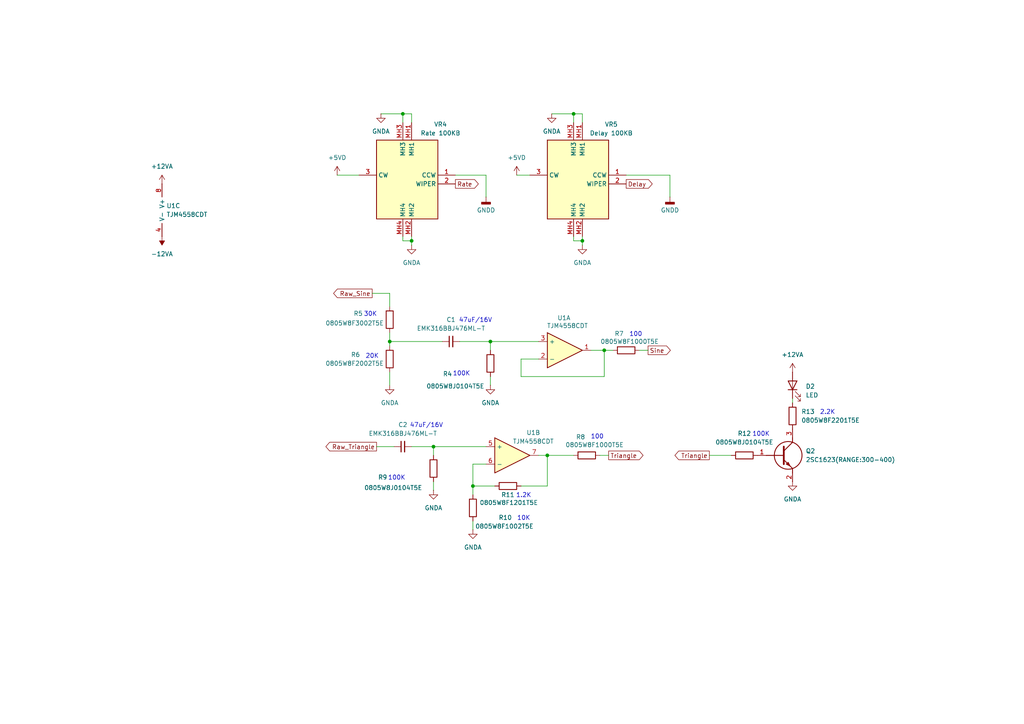
<source format=kicad_sch>
(kicad_sch (version 20250114) (generator "eeschema") (generator_version "9.0")
  (paper "A4")
  (lib_symbols
    (symbol "Device:C_Small" (pin_numbers (hide yes)) (pin_names (offset 0.254) (hide yes))
      (property "Reference" "C" (at 0.254 1.778 0))
      (property "Value" "C_Small" (at 0.254 -2.032 0))
      (symbol "C_Small_0_1"
        (polyline (pts (xy -1.524 0.508) (xy 1.524 0.508)) (stroke (width 0.3048)))
        (polyline (pts (xy -1.524 -0.508) (xy 1.524 -0.508)) (stroke (width 0.3302)))
      )
      (symbol "C_Small_1_1"
        (pin passive line (at 0 2.54 270) (length 2.032) (name "~") (number "1"))
        (pin passive line (at 0 -2.54 90) (length 2.032) (name "~") (number "2"))
      )
    )
    (symbol "Device:LED" (pin_numbers (hide yes)) (pin_names (offset 1.016) (hide yes))
      (property "Reference" "D" (at 0 2.54 0))
      (property "Value" "LED" (at 0 -2.54 0))
      (symbol "LED_0_1"
        (polyline (pts (xy -3.048 -0.762) (xy -4.572 -2.286) (xy -3.81 -2.286) (xy -4.572 -2.286) (xy -4.572 -1.524)))
        (polyline (pts (xy -1.778 -0.762) (xy -3.302 -2.286) (xy -2.54 -2.286) (xy -3.302 -2.286) (xy -3.302 -1.524)))
        (polyline (pts (xy -1.27 0) (xy 1.27 0)))
        (polyline (pts (xy -1.27 -1.27) (xy -1.27 1.27)) (stroke (width 0.254)))
        (polyline (pts (xy 1.27 -1.27) (xy 1.27 1.27) (xy -1.27 0) (xy 1.27 -1.27)) (stroke (width 0.254)))
      )
      (symbol "LED_1_1"
        (pin passive line (at -3.81 0 0) (length 2.54) (name "K") (number "1"))
        (pin passive line (at 3.81 0 180) (length 2.54) (name "A") (number "2"))
      )
    )
    (symbol "Device:Opamp_Dual"
      (property "Reference" "U" (at 0 5.08 0))
      (property "Value" "Opamp_Dual" (at 0 -5.08 0))
      (symbol "Opamp_Dual_1_1"
        (polyline (pts (xy -5.08 5.08) (xy 5.08 0) (xy -5.08 -5.08) (xy -5.08 5.08)) (stroke (width 0.254)) (fill (type background)))
        (pin input line (at -7.62 2.54 0) (length 2.54) (name "+") (number "3"))
        (pin input line (at -7.62 -2.54 0) (length 2.54) (name "-") (number "2"))
        (pin output line (at 7.62 0 180) (length 2.54) (name "~") (number "1"))
      )
      (symbol "Opamp_Dual_2_1"
        (polyline (pts (xy -5.08 5.08) (xy 5.08 0) (xy -5.08 -5.08) (xy -5.08 5.08)) (stroke (width 0.254)) (fill (type background)))
        (pin input line (at -7.62 2.54 0) (length 2.54) (name "+") (number "5"))
        (pin input line (at -7.62 -2.54 0) (length 2.54) (name "-") (number "6"))
        (pin output line (at 7.62 0 180) (length 2.54) (name "~") (number "7"))
      )
      (symbol "Opamp_Dual_3_1"
        (pin power_in line (at -2.54 7.62 270) (length 3.81) (name "V+") (number "8"))
        (pin power_in line (at -2.54 -7.62 90) (length 3.81) (name "V-") (number "4"))
      )
    )
    (symbol "Device:R" (pin_numbers (hide yes)) (pin_names (offset 0))
      (property "Reference" "R" (at 2.032 0 90))
      (property "Value" "R" (at 0 0 90))
      (symbol "R_0_1"
        (rectangle (start -1.016 -2.54) (end 1.016 2.54) (stroke (width 0.254)))
      )
      (symbol "R_1_1"
        (pin passive line (at 0 3.81 270) (length 1.27) (name "~") (number "1"))
        (pin passive line (at 0 -3.81 90) (length 1.27) (name "~") (number "2"))
      )
    )
    (symbol "Opamp_Dual_1"
      (property "Reference" "U" (at 0 5.08 0))
      (property "Value" "Opamp_Dual" (at 0 -5.08 0))
      (symbol "Opamp_Dual_1_1_1"
        (polyline (pts (xy -5.08 5.08) (xy 5.08 0) (xy -5.08 -5.08) (xy -5.08 5.08)) (stroke (width 0.254)) (fill (type background)))
        (pin input line (at -7.62 2.54 0) (length 2.54) (name "+") (number "3"))
        (pin input line (at -7.62 -2.54 0) (length 2.54) (name "-") (number "2"))
        (pin output line (at 7.62 0 180) (length 2.54) (name "~") (number "1"))
      )
      (symbol "Opamp_Dual_1_2_1"
        (polyline (pts (xy -5.08 5.08) (xy 5.08 0) (xy -5.08 -5.08) (xy -5.08 5.08)) (stroke (width 0.254)) (fill (type background)))
        (pin input line (at -7.62 2.54 0) (length 2.54) (name "+") (number "5"))
        (pin input line (at -7.62 -2.54 0) (length 2.54) (name "-") (number "6"))
        (pin output line (at 7.62 0 180) (length 2.54) (name "~") (number "7"))
      )
      (symbol "Opamp_Dual_1_3_1"
        (pin power_in line (at -2.54 7.62 270) (length 3.81) (name "V+") (number "8"))
        (pin power_in line (at -2.54 -7.62 90) (length 3.81) (name "V-") (number "4"))
      )
    )
    (symbol "Opamp_Dual_2"
      (property "Reference" "U" (at 0 5.08 0))
      (property "Value" "Opamp_Dual" (at 0 -5.08 0))
      (symbol "Opamp_Dual_2_1_1"
        (polyline (pts (xy -5.08 5.08) (xy 5.08 0) (xy -5.08 -5.08) (xy -5.08 5.08)) (stroke (width 0.254)) (fill (type background)))
        (pin input line (at -7.62 2.54 0) (length 2.54) (name "+") (number "3"))
        (pin input line (at -7.62 -2.54 0) (length 2.54) (name "-") (number "2"))
        (pin output line (at 7.62 0 180) (length 2.54) (name "~") (number "1"))
      )
      (symbol "Opamp_Dual_2_2_1"
        (polyline (pts (xy -5.08 5.08) (xy 5.08 0) (xy -5.08 -5.08) (xy -5.08 5.08)) (stroke (width 0.254)) (fill (type background)))
        (pin input line (at -7.62 2.54 0) (length 2.54) (name "+") (number "5"))
        (pin input line (at -7.62 -2.54 0) (length 2.54) (name "-") (number "6"))
        (pin output line (at 7.62 0 180) (length 2.54) (name "~") (number "7"))
      )
      (symbol "Opamp_Dual_2_3_1"
        (pin power_in line (at -2.54 7.62 270) (length 3.81) (name "V+") (number "8"))
        (pin power_in line (at -2.54 -7.62 90) (length 3.81) (name "V-") (number "4"))
      )
    )
    (symbol "SamacSys_Parts:2SC1623-A" (pin_names (hide yes))
      (property "Reference" "Q" (at 13.97 1.27 0))
      (property "Value" "2SC1623-A" (at 13.97 -1.27 0))
      (symbol "2SC1623-A_1_1"
        (polyline (pts (xy 2.54 0) (xy 7.62 0)) (stroke (width 0.254)))
        (polyline (pts (xy 7.62 2.54) (xy 7.62 -2.54)) (stroke (width 0.508)))
        (polyline (pts (xy 7.62 1.27) (xy 10.16 3.81)) (stroke (width 0.254)))
        (polyline (pts (xy 7.62 -1.27) (xy 10.16 -3.81)) (stroke (width 0.254)))
        (polyline (pts (xy 8.382 -2.54) (xy 8.89 -2.032) (xy 9.398 -3.048) (xy 8.382 -2.54)) (stroke (width 0.254)) (fill (type outline)))
        (circle (center 8.89 0) (radius 4.016) (stroke (width 0.254)))
        (polyline (pts (xy 10.16 3.81) (xy 10.16 5.08)) (stroke (width 0.254)))
        (polyline (pts (xy 10.16 -3.81) (xy 10.16 -5.08)) (stroke (width 0.254)))
        (pin passive line (at 0 0 0) (length 2.54) (name "B") (number "1"))
        (pin passive line (at 10.16 7.62 270) (length 2.54) (name "C") (number "3"))
        (pin passive line (at 10.16 -7.62 90) (length 2.54) (name "E") (number "2"))
      )
    )
    (symbol "SamacSys_Parts:PTA2043-2010CIB104"
      (property "Reference" "VR" (at 24.13 15.24 0))
      (property "Value" "PTA2043-2010CIB104" (at 24.13 12.7 0))
      (symbol "PTA2043-2010CIB104_1_1"
        (rectangle (start 5.08 10.16) (end 22.86 -12.7) (stroke (width 0.254)) (fill (type background)))
        (pin passive line (at 0 0 0) (length 5.08) (name "CCW") (number "1"))
        (pin passive line (at 0 -2.54 0) (length 5.08) (name "WIPER") (number "2"))
        (pin passive line (at 12.7 15.24 270) (length 5.08) (name "MH1") (number "MH1"))
        (pin passive line (at 12.7 -17.78 90) (length 5.08) (name "MH2") (number "MH2"))
        (pin passive line (at 15.24 15.24 270) (length 5.08) (name "MH3") (number "MH3"))
        (pin passive line (at 15.24 -17.78 90) (length 5.08) (name "MH4") (number "MH4"))
        (pin passive line (at 27.94 0 180) (length 5.08) (name "CW") (number "3"))
      )
    )
    (symbol "power:+12VA" (power) (pin_numbers (hide yes)) (pin_names (offset 0) (hide yes))
      (property "Value" "+12VA" (at 0 3.556 0))
      (symbol "+12VA_0_1"
        (polyline (pts (xy -0.762 1.27) (xy 0 2.54)))
        (polyline (pts (xy 0 2.54) (xy 0.762 1.27)))
        (polyline (pts (xy 0 0) (xy 0 2.54)))
      )
      (symbol "+12VA_1_1"
        (pin power_in line (at 0 0 90) (length 0) (name "~") (number "1"))
      )
    )
    (symbol "power:+5VD" (power) (pin_numbers (hide yes)) (pin_names (offset 0) (hide yes))
      (property "Value" "+5VD" (at 0 3.556 0))
      (symbol "+5VD_0_1"
        (polyline (pts (xy -0.762 1.27) (xy 0 2.54)))
        (polyline (pts (xy 0 2.54) (xy 0.762 1.27)))
        (polyline (pts (xy 0 0) (xy 0 2.54)))
      )
      (symbol "+5VD_1_1"
        (pin power_in line (at 0 0 90) (length 0) (name "~") (number "1"))
      )
    )
    (symbol "power:-12VA" (power) (pin_numbers (hide yes)) (pin_names (offset 0) (hide yes))
      (property "Value" "-12VA" (at 0 3.556 0))
      (symbol "-12VA_0_0"
        (pin power_in line (at 0 0 90) (length 0) (name "~") (number "1"))
      )
      (symbol "-12VA_0_1"
        (polyline (pts (xy 0 0) (xy 0 1.27) (xy 0.762 1.27) (xy 0 2.54) (xy -0.762 1.27) (xy 0 1.27)) (fill (type outline)))
      )
    )
    (symbol "power:GNDA" (power) (pin_numbers (hide yes)) (pin_names (offset 0) (hide yes))
      (property "Value" "GNDA" (at 0 -3.81 0))
      (symbol "GNDA_0_1"
        (polyline (pts (xy 0 0) (xy 0 -1.27) (xy 1.27 -1.27) (xy 0 -2.54) (xy -1.27 -1.27) (xy 0 -1.27)))
      )
      (symbol "GNDA_1_1"
        (pin power_in line (at 0 0 270) (length 0) (name "~") (number "1"))
      )
    )
    (symbol "power:GNDD" (power) (pin_numbers (hide yes)) (pin_names (offset 0) (hide yes))
      (property "Value" "GNDD" (at 0 -3.175 0))
      (symbol "GNDD_0_1"
        (rectangle (start -1.27 -1.524) (end 1.27 -2.032) (stroke (width 0.254)) (fill (type outline)))
        (polyline (pts (xy 0 0) (xy 0 -1.524)))
      )
      (symbol "GNDD_1_1"
        (pin power_in line (at 0 0 270) (length 0) (name "~") (number "1"))
      )
    )
  )
  (text "100K" (at 220.726 125.984 0) (effects (font (size 1.27 1.27))))
  (text "30K" (at 107.442 91.186 0) (effects (font (size 1.27 1.27))))
  (text "47uF/16V" (at 137.922 92.964 0) (effects (font (size 1.27 1.27))))
  (text "100K" (at 133.858 108.458 0) (effects (font (size 1.27 1.27))))
  (text "10K" (at 151.892 150.368 0) (effects (font (size 1.27 1.27))))
  (text "2.2K" (at 240.03 119.634 0) (effects (font (size 1.27 1.27))))
  (text "20K" (at 107.95 103.378 0) (effects (font (size 1.27 1.27))))
  (text "100K" (at 115.062 138.684 0) (effects (font (size 1.27 1.27))))
  (text "100" (at 173.228 126.746 0) (effects (font (size 1.27 1.27))))
  (text "1.2K" (at 151.892 143.764 0) (effects (font (size 1.27 1.27))))
  (text "47uF/16V" (at 123.698 123.444 0) (effects (font (size 1.27 1.27))))
  (text "100" (at 184.404 97.028 0) (effects (font (size 1.27 1.27))))
  (junction (at 125.73 129.54))
  (junction (at 119.38 69.85))
  (junction (at 116.84 33.02))
  (junction (at 113.03 99.06))
  (junction (at 168.91 69.85))
  (junction (at 158.75 132.08))
  (junction (at 175.26 101.6))
  (junction (at 137.16 140.97))
  (junction (at 142.24 99.06))
  (junction (at 166.37 33.02))
  (wire (pts (xy 137.16 140.97) (xy 137.16 143.51)))
  (wire (pts (xy 113.03 96.52) (xy 113.03 99.06)))
  (wire (pts (xy 132.08 50.8) (xy 140.97 50.8)))
  (wire (pts (xy 119.38 69.85) (xy 119.38 71.12)))
  (wire (pts (xy 151.13 109.22) (xy 175.26 109.22)))
  (wire (pts (xy 194.31 50.8) (xy 194.31 57.15)))
  (wire (pts (xy 116.84 33.02) (xy 116.84 35.56)))
  (wire (pts (xy 125.73 129.54) (xy 140.97 129.54)))
  (wire (pts (xy 171.45 101.6) (xy 175.26 101.6)))
  (wire (pts (xy 113.03 99.06) (xy 113.03 100.33)))
  (wire (pts (xy 137.16 151.13) (xy 137.16 153.67)))
  (wire (pts (xy 113.03 85.09) (xy 113.03 88.9)))
  (wire (pts (xy 137.16 134.62) (xy 137.16 140.97)))
  (wire (pts (xy 140.97 50.8) (xy 140.97 57.15)))
  (wire (pts (xy 168.91 69.85) (xy 166.37 69.85)))
  (wire (pts (xy 125.73 139.7) (xy 125.73 142.24)))
  (wire (pts (xy 133.35 99.06) (xy 142.24 99.06)))
  (wire (pts (xy 142.24 99.06) (xy 142.24 101.6)))
  (wire (pts (xy 151.13 140.97) (xy 158.75 140.97)))
  (wire (pts (xy 166.37 69.85) (xy 166.37 68.58)))
  (wire (pts (xy 125.73 129.54) (xy 125.73 132.08)))
  (wire (pts (xy 143.51 140.97) (xy 137.16 140.97)))
  (wire (pts (xy 158.75 140.97) (xy 158.75 132.08)))
  (wire (pts (xy 140.97 134.62) (xy 137.16 134.62)))
  (wire (pts (xy 160.02 33.02) (xy 166.37 33.02)))
  (wire (pts (xy 113.03 107.95) (xy 113.03 111.76)))
  (wire (pts (xy 116.84 69.85) (xy 116.84 68.58)))
  (wire (pts (xy 173.99 132.08) (xy 176.53 132.08)))
  (wire (pts (xy 205.74 132.08) (xy 212.09 132.08)))
  (wire (pts (xy 175.26 109.22) (xy 175.26 101.6)))
  (wire (pts (xy 119.38 129.54) (xy 125.73 129.54)))
  (wire (pts (xy 149.86 50.8) (xy 153.67 50.8)))
  (wire (pts (xy 168.91 69.85) (xy 168.91 71.12)))
  (wire (pts (xy 97.79 50.8) (xy 104.14 50.8)))
  (wire (pts (xy 156.21 104.14) (xy 151.13 104.14)))
  (wire (pts (xy 175.26 101.6) (xy 177.8 101.6)))
  (wire (pts (xy 110.49 33.02) (xy 116.84 33.02)))
  (wire (pts (xy 156.21 132.08) (xy 158.75 132.08)))
  (wire (pts (xy 119.38 33.02) (xy 119.38 35.56)))
  (wire (pts (xy 181.61 50.8) (xy 194.31 50.8)))
  (wire (pts (xy 158.75 132.08) (xy 166.37 132.08)))
  (wire (pts (xy 229.87 115.57) (xy 229.87 116.84)))
  (wire (pts (xy 113.03 99.06) (xy 128.27 99.06)))
  (wire (pts (xy 119.38 68.58) (xy 119.38 69.85)))
  (wire (pts (xy 142.24 109.22) (xy 142.24 111.76)))
  (wire (pts (xy 109.22 129.54) (xy 114.3 129.54)))
  (wire (pts (xy 168.91 33.02) (xy 168.91 35.56)))
  (wire (pts (xy 107.95 85.09) (xy 113.03 85.09)))
  (wire (pts (xy 166.37 33.02) (xy 166.37 35.56)))
  (wire (pts (xy 119.38 69.85) (xy 116.84 69.85)))
  (wire (pts (xy 185.42 101.6) (xy 187.96 101.6)))
  (wire (pts (xy 142.24 99.06) (xy 156.21 99.06)))
  (wire (pts (xy 166.37 33.02) (xy 168.91 33.02)))
  (wire (pts (xy 168.91 68.58) (xy 168.91 69.85)))
  (wire (pts (xy 116.84 33.02) (xy 119.38 33.02)))
  (wire (pts (xy 151.13 104.14) (xy 151.13 109.22)))
  (global_label "Triangle" (shape output) (at 205.74 132.08 180) (property "Intersheetrefs" "${INTERSHEET_REFS}" (effects (hide yes))))
  (global_label "Triangle" (shape output) (at 176.53 132.08 0) (property "Intersheetrefs" "${INTERSHEET_REFS}" (effects (hide yes))))
  (global_label "Delay" (shape output) (at 181.61 53.34 0) (property "Intersheetrefs" "${INTERSHEET_REFS}" (effects (hide yes))))
  (global_label "Raw_Triangle" (shape output) (at 109.22 129.54 180) (property "Intersheetrefs" "${INTERSHEET_REFS}" (effects (hide yes))))
  (global_label "Rate" (shape output) (at 132.08 53.34 0) (property "Intersheetrefs" "${INTERSHEET_REFS}" (effects (hide yes))))
  (global_label "Raw_Sine" (shape output) (at 107.95 85.09 180) (property "Intersheetrefs" "${INTERSHEET_REFS}" (effects (hide yes))))
  (global_label "Sine" (shape output) (at 187.96 101.6 0) (property "Intersheetrefs" "${INTERSHEET_REFS}" (effects (hide yes))))
  (symbol (lib_id "Device:R") (at 181.61 101.6 90) (unit 1)
    (property "Reference" "R7" (at 179.578 96.774 90))
    (property "Value" "0805W8F1000T5E" (at 182.626 99.06 90))
    (property "Footprint" "Resistor_SMD:R_0805_2012Metric_Pad1.20x1.40mm_HandSolder" (effects (hide yes)))
    (property "Description" "Resistor" (effects (hide yes)))
  )
  (symbol (lib_id "Device:R") (at 170.18 132.08 90) (unit 1)
    (property "Reference" "R8" (at 168.402 126.746 90))
    (property "Value" "0805W8F1000T5E" (at 172.466 129.032 90))
    (property "Footprint" "Resistor_SMD:R_0805_2012Metric_Pad1.20x1.40mm_HandSolder" (effects (hide yes)))
    (property "Description" "Resistor" (effects (hide yes)))
  )
  (symbol (lib_id "power:GNDA") (at 113.03 111.76 0) (unit 1)
    (property "Reference" "#PWR048" (effects (hide yes)))
    (property "Value" "GNDA" (at 113.03 116.84 0))
    (property "Description" "Power symbol creates a global label with name \"GNDA\" , analog ground" (effects (hide yes)))
  )
  (symbol (lib_id "SamacSys_Parts:PTA2043-2010CIB104") (at 181.61 50.8 0) (mirror y) (unit 1)
    (property "Reference" "VR5" (at 177.292 36.068 0))
    (property "Value" "Delay 100KB" (at 177.292 38.608 0))
    (property "Footprint" "SamacSys_parts:PTA20432010CIB104" (effects (hide yes)))
    (property "Datasheet" "https://www.bourns.com/docs/Product-Datasheets/pta.pdf" (effects (hide yes)))
    (property "Description" "100 kOhms 0.1W, 1/10W Through Hole Slide Potentiometer Top Adjustment Type" (effects (hide yes)))
    (property "Height" "26.5" (effects (hide yes)))
    (property "Manufacturer_Name" "Bourns" (effects (hide yes)))
    (property "Manufacturer_Part_Number" "PTA2043-2010CIB104" (effects (hide yes)))
    (property "Mouser Part Number" "652-PTA2432010CIB104" (effects (hide yes)))
    (property "Mouser Price/Stock" "https://www.mouser.co.uk/ProductDetail/Bourns/PTA2043-2010CIB104?qs=QARuOjD9jaHYsv9Jo8DrWA%3D%3D" (effects (hide yes)))
    (property "Arrow Part Number" "PTA2043-2010CIB104" (effects (hide yes)))
    (property "Arrow Price/Stock" "https://www.arrow.com/en/products/pta2043-2010cib104/bourns?utm_currency=USD&region=nac" (effects (hide yes)))
  )
  (symbol (lib_id "power:GNDA") (at 119.38 71.12 0) (unit 1)
    (property "Reference" "#PWR014" (effects (hide yes)))
    (property "Value" "GNDA" (at 119.38 76.2 0))
    (property "Description" "Power symbol creates a global label with name \"GNDA\" , analog ground" (effects (hide yes)))
  )
  (symbol (lib_id "power:GNDD") (at 194.31 57.15 0) (unit 1)
    (property "Reference" "#PWR0193" (effects (hide yes)))
    (property "Value" "GNDD" (at 194.31 60.96 0))
    (property "Description" "Power symbol creates a global label with name \"GNDD\" , digital ground" (effects (hide yes)))
  )
  (symbol (lib_id "power:GNDA") (at 229.87 139.7 0) (unit 1)
    (property "Reference" "#PWR047" (effects (hide yes)))
    (property "Value" "GNDA" (at 229.87 144.78 0))
    (property "Description" "Power symbol creates a global label with name \"GNDA\" , analog ground" (effects (hide yes)))
  )
  (symbol (lib_id "power:GNDA") (at 110.49 33.02 0) (unit 1)
    (property "Reference" "#PWR021" (effects (hide yes)))
    (property "Value" "GNDA" (at 110.49 38.1 0))
    (property "Description" "Power symbol creates a global label with name \"GNDA\" , analog ground" (effects (hide yes)))
  )
  (symbol (lib_id "Device:R") (at 113.03 92.71 0) (unit 1)
    (property "Reference" "R5" (at 103.886 90.932 0))
    (property "Value" "0805W8F3002T5E" (at 102.87 93.726 0))
    (property "Footprint" "Resistor_SMD:R_0805_2012Metric_Pad1.20x1.40mm_HandSolder" (effects (hide yes)))
    (property "Description" "Resistor" (effects (hide yes)))
  )
  (symbol (lib_id "power:GNDA") (at 168.91 71.12 0) (unit 1)
    (property "Reference" "#PWR013" (effects (hide yes)))
    (property "Value" "GNDA" (at 168.91 76.2 0))
    (property "Description" "Power symbol creates a global label with name \"GNDA\" , analog ground" (effects (hide yes)))
  )
  (symbol (lib_id "power:GNDA") (at 142.24 111.76 0) (unit 1)
    (property "Reference" "#PWR036" (effects (hide yes)))
    (property "Value" "GNDA" (at 142.24 116.84 0))
    (property "Description" "Power symbol creates a global label with name \"GNDA\" , analog ground" (effects (hide yes)))
  )
  (symbol (lib_name "Opamp_Dual_2") (lib_id "Device:Opamp_Dual") (at 163.83 101.6 0) (unit 1)
    (property "Reference" "U1" (at 163.576 92.202 0))
    (property "Value" "TJM4558CDT" (at 164.592 94.488 0))
    (property "Footprint" "Package_SO:SOIC-8_3.9x4.9mm_P1.27mm" (effects (hide yes)))
    (property "Description" "Dual operational amplifier" (effects (hide yes)))
    (property "Sim.Library" "${KICAD7_SYMBOL_DIR}/Simulation_SPICE.sp" (effects (hide yes)))
    (property "Sim.Name" "kicad_builtin_opamp_dual" (effects (hide yes)))
    (property "Sim.Device" "SUBCKT" (effects (hide yes)))
    (property "Sim.Pins" "1=out1 2=in1- 3=in1+ 4=vee 5=in2+ 6=in2- 7=out2 8=vcc" (effects (hide yes)))
  )
  (symbol (lib_id "SamacSys_Parts:PTA2043-2010CIB104") (at 132.08 50.8 0) (mirror y) (unit 1)
    (property "Reference" "VR4" (at 127.762 36.068 0))
    (property "Value" "Rate 100KB" (at 127.762 38.608 0))
    (property "Footprint" "SamacSys_parts:PTA20432010CIB104" (effects (hide yes)))
    (property "Datasheet" "https://www.bourns.com/docs/Product-Datasheets/pta.pdf" (effects (hide yes)))
    (property "Description" "100 kOhms 0.1W, 1/10W Through Hole Slide Potentiometer Top Adjustment Type" (effects (hide yes)))
    (property "Height" "26.5" (effects (hide yes)))
    (property "Manufacturer_Name" "Bourns" (effects (hide yes)))
    (property "Manufacturer_Part_Number" "PTA2043-2010CIB104" (effects (hide yes)))
    (property "Mouser Part Number" "652-PTA2432010CIB104" (effects (hide yes)))
    (property "Mouser Price/Stock" "https://www.mouser.co.uk/ProductDetail/Bourns/PTA2043-2010CIB104?qs=QARuOjD9jaHYsv9Jo8DrWA%3D%3D" (effects (hide yes)))
    (property "Arrow Part Number" "PTA2043-2010CIB104" (effects (hide yes)))
    (property "Arrow Price/Stock" "https://www.arrow.com/en/products/pta2043-2010cib104/bourns?utm_currency=USD&region=nac" (effects (hide yes)))
  )
  (symbol (lib_id "power:-12VA") (at 46.99 68.58 180) (unit 1)
    (property "Reference" "#PWR031" (effects (hide yes)))
    (property "Value" "-12VA" (at 46.99 73.66 0))
    (property "Description" "Power symbol creates a global label with name \"-12VA\"" (effects (hide yes)))
  )
  (symbol (lib_name "Opamp_Dual_1") (lib_id "Device:Opamp_Dual") (at 148.59 132.08 0) (unit 2)
    (property "Reference" "U1" (at 154.686 125.476 0))
    (property "Value" "TJM4558CDT" (at 154.686 128.016 0))
    (property "Footprint" "Package_SO:SOIC-8_3.9x4.9mm_P1.27mm" (effects (hide yes)))
    (property "Description" "Dual operational amplifier" (effects (hide yes)))
    (property "Sim.Library" "${KICAD7_SYMBOL_DIR}/Simulation_SPICE.sp" (effects (hide yes)))
    (property "Sim.Name" "kicad_builtin_opamp_dual" (effects (hide yes)))
    (property "Sim.Device" "SUBCKT" (effects (hide yes)))
    (property "Sim.Pins" "1=out1 2=in1- 3=in1+ 4=vee 5=in2+ 6=in2- 7=out2 8=vcc" (effects (hide yes)))
  )
  (symbol (lib_id "power:GNDA") (at 125.73 142.24 0) (unit 1)
    (property "Reference" "#PWR039" (effects (hide yes)))
    (property "Value" "GNDA" (at 125.73 147.32 0))
    (property "Description" "Power symbol creates a global label with name \"GNDA\" , analog ground" (effects (hide yes)))
  )
  (symbol (lib_id "power:GNDD") (at 140.97 57.15 0) (unit 1)
    (property "Reference" "#PWR0192" (effects (hide yes)))
    (property "Value" "GNDD" (at 140.97 60.96 0))
    (property "Description" "Power symbol creates a global label with name \"GNDD\" , digital ground" (effects (hide yes)))
  )
  (symbol (lib_id "power:+12VA") (at 46.99 53.34 0) (unit 1)
    (property "Reference" "#PWR030" (effects (hide yes)))
    (property "Value" "+12VA" (at 46.99 48.26 0))
    (property "Description" "Power symbol creates a global label with name \"+12VA\"" (effects (hide yes)))
  )
  (symbol (lib_id "Device:R") (at 113.03 104.14 0) (unit 1)
    (property "Reference" "R6" (at 103.124 102.87 0))
    (property "Value" "0805W8F2002T5E" (at 102.87 105.41 0))
    (property "Footprint" "Resistor_SMD:R_0805_2012Metric_Pad1.20x1.40mm_HandSolder" (effects (hide yes)))
    (property "Description" "Resistor" (effects (hide yes)))
  )
  (symbol (lib_id "Device:R") (at 125.73 135.89 180) (unit 1)
    (property "Reference" "R9" (at 110.998 138.43 0))
    (property "Value" "0805W8J0104T5E" (at 114.046 141.478 0))
    (property "Footprint" "Resistor_SMD:R_0805_2012Metric_Pad1.20x1.40mm_HandSolder" (effects (hide yes)))
    (property "Description" "Resistor" (effects (hide yes)))
  )
  (symbol (lib_id "Device:R") (at 142.24 105.41 180) (unit 1)
    (property "Reference" "R4" (at 129.794 108.458 0))
    (property "Value" "0805W8J0104T5E" (at 132.08 112.014 0))
    (property "Footprint" "Resistor_SMD:R_0805_2012Metric_Pad1.20x1.40mm_HandSolder" (effects (hide yes)))
    (property "Description" "Resistor" (effects (hide yes)))
  )
  (symbol (lib_id "Device:R") (at 229.87 120.65 180) (unit 1)
    (property "Reference" "R13" (at 232.41 119.3799 0) (effects (justify right)))
    (property "Value" "0805W8F2201T5E" (at 232.41 121.9199 0) (effects (justify right)))
    (property "Footprint" "Resistor_SMD:R_0805_2012Metric_Pad1.20x1.40mm_HandSolder" (effects (hide yes)))
    (property "Description" "Resistor" (effects (hide yes)))
  )
  (symbol (lib_id "Device:Opamp_Dual") (at 49.53 60.96 0) (unit 3)
    (property "Reference" "U1" (at 48.26 59.6899 0) (effects (justify left)))
    (property "Value" "TJM4558CDT" (at 48.26 62.2299 0) (effects (justify left)))
    (property "Footprint" "Package_SO:SOIC-8_3.9x4.9mm_P1.27mm" (effects (hide yes)))
    (property "Description" "Dual operational amplifier" (effects (hide yes)))
    (property "Sim.Library" "${KICAD9_SYMBOL_DIR}/Simulation_SPICE.sp" (effects (hide yes)))
    (property "Sim.Name" "kicad_builtin_opamp_dual" (effects (hide yes)))
    (property "Sim.Device" "SUBCKT" (effects (hide yes)))
    (property "Sim.Pins" "1=out1 2=in1- 3=in1+ 4=vee 5=in2+ 6=in2- 7=out2 8=vcc" (effects (hide yes)))
  )
  (symbol (lib_id "Device:C_Small") (at 116.84 129.54 90) (unit 1)
    (property "Reference" "C2" (at 116.8463 123.19 90))
    (property "Value" "EMK316BBJ476ML-T" (at 116.8463 125.73 90))
    (property "Footprint" "Capacitor_SMD:C_1206_3216Metric_Pad1.33x1.80mm_HandSolder" (effects (hide yes)))
    (property "Description" "Unpolarized capacitor, small symbol" (effects (hide yes)))
  )
  (symbol (lib_id "SamacSys_Parts:2SC1623-A") (at 219.71 132.08 0) (unit 1)
    (property "Reference" "Q2" (at 233.68 130.8099 0) (effects (justify left)))
    (property "Value" "2SC1623(RANGE:300-400)" (at 233.68 133.3499 0) (effects (justify left)))
    (property "Footprint" "SamacSys_parts:SOT95P237X125-3N" (effects (hide yes)))
    (property "Datasheet" "https://www.mouser.in/datasheet/2/258/2SC1623_SOT_23_-1625845.pdf" (effects (hide yes)))
    (property "Description" "Renesas Electronics 2SC1623-A NPN Bipolar Transistor, 100 mA, 50 V, 3-Pin MiniMold" (effects (hide yes)))
    (property "Height" "1.25" (effects (hide yes)))
    (property "Manufacturer_Name" "Renesas Electronics" (effects (hide yes)))
    (property "Manufacturer_Part_Number" "2SC1623-A" (effects (hide yes)))
  )
  (symbol (lib_id "Device:R") (at 147.32 140.97 90) (unit 1)
    (property "Reference" "R11" (at 147.32 143.51 90))
    (property "Value" "0805W8F1201T5E" (at 147.574 145.796 90))
    (property "Footprint" "Resistor_SMD:R_0805_2012Metric_Pad1.20x1.40mm_HandSolder" (effects (hide yes)))
    (property "Description" "Resistor" (effects (hide yes)))
  )
  (symbol (lib_id "power:GNDA") (at 137.16 153.67 0) (unit 1)
    (property "Reference" "#PWR037" (effects (hide yes)))
    (property "Value" "GNDA" (at 137.16 158.75 0))
    (property "Description" "Power symbol creates a global label with name \"GNDA\" , analog ground" (effects (hide yes)))
  )
  (symbol (lib_id "Device:R") (at 137.16 147.32 180) (unit 1)
    (property "Reference" "R10" (at 146.558 150.114 0))
    (property "Value" "0805W8F1002T5E" (at 146.304 152.654 0))
    (property "Footprint" "Resistor_SMD:R_0805_2012Metric_Pad1.20x1.40mm_HandSolder" (effects (hide yes)))
    (property "Description" "Resistor" (effects (hide yes)))
  )
  (symbol (lib_id "power:+12VA") (at 229.87 107.95 0) (unit 1)
    (property "Reference" "#PWR046" (effects (hide yes)))
    (property "Value" "+12VA" (at 229.87 102.87 0))
    (property "Description" "Power symbol creates a global label with name \"+12VA\"" (effects (hide yes)))
  )
  (symbol (lib_id "Device:R") (at 215.9 132.08 90) (unit 1)
    (property "Reference" "R12" (at 215.9 125.73 90))
    (property "Value" "0805W8J0104T5E" (at 215.9 128.27 90))
    (property "Footprint" "Resistor_SMD:R_0805_2012Metric_Pad1.20x1.40mm_HandSolder" (effects (hide yes)))
    (property "Description" "Resistor" (effects (hide yes)))
  )
  (symbol (lib_id "power:+5VD") (at 97.79 50.8 0) (unit 1)
    (property "Reference" "#PWR0196" (effects (hide yes)))
    (property "Value" "+5VD" (at 97.79 45.72 0))
    (property "Description" "Power symbol creates a global label with name \"+5VD\"" (effects (hide yes)))
  )
  (symbol (lib_id "Device:LED") (at 229.87 111.76 90) (unit 1)
    (property "Reference" "D2" (at 233.68 112.0774 90) (effects (justify right)))
    (property "Value" "LED" (at 233.68 114.6174 90) (effects (justify right)))
    (property "Footprint" "LED_THT:LED_D5.0mm_FlatTop" (effects (hide yes)))
    (property "Description" "Light emitting diode" (effects (hide yes)))
    (property "Sim.Pins" "1=K 2=A" (effects (hide yes)))
  )
  (symbol (lib_id "power:+5VD") (at 149.86 50.8 0) (unit 1)
    (property "Reference" "#PWR0194" (effects (hide yes)))
    (property "Value" "+5VD" (at 149.86 45.72 0))
    (property "Description" "Power symbol creates a global label with name \"+5VD\"" (effects (hide yes)))
  )
  (symbol (lib_id "Device:C_Small") (at 130.81 99.06 90) (unit 1)
    (property "Reference" "C1" (at 130.8163 92.71 90))
    (property "Value" "EMK316BBJ476ML-T" (at 130.8163 95.25 90))
    (property "Footprint" "Capacitor_SMD:C_1206_3216Metric_Pad1.33x1.80mm_HandSolder" (effects (hide yes)))
    (property "Description" "Unpolarized capacitor, small symbol" (effects (hide yes)))
  )
  (symbol (lib_id "power:GNDA") (at 160.02 33.02 0) (unit 1)
    (property "Reference" "#PWR022" (effects (hide yes)))
    (property "Value" "GNDA" (at 160.02 38.1 0))
    (property "Description" "Power symbol creates a global label with name \"GNDA\" , analog ground" (effects (hide yes)))
  )
)
</source>
